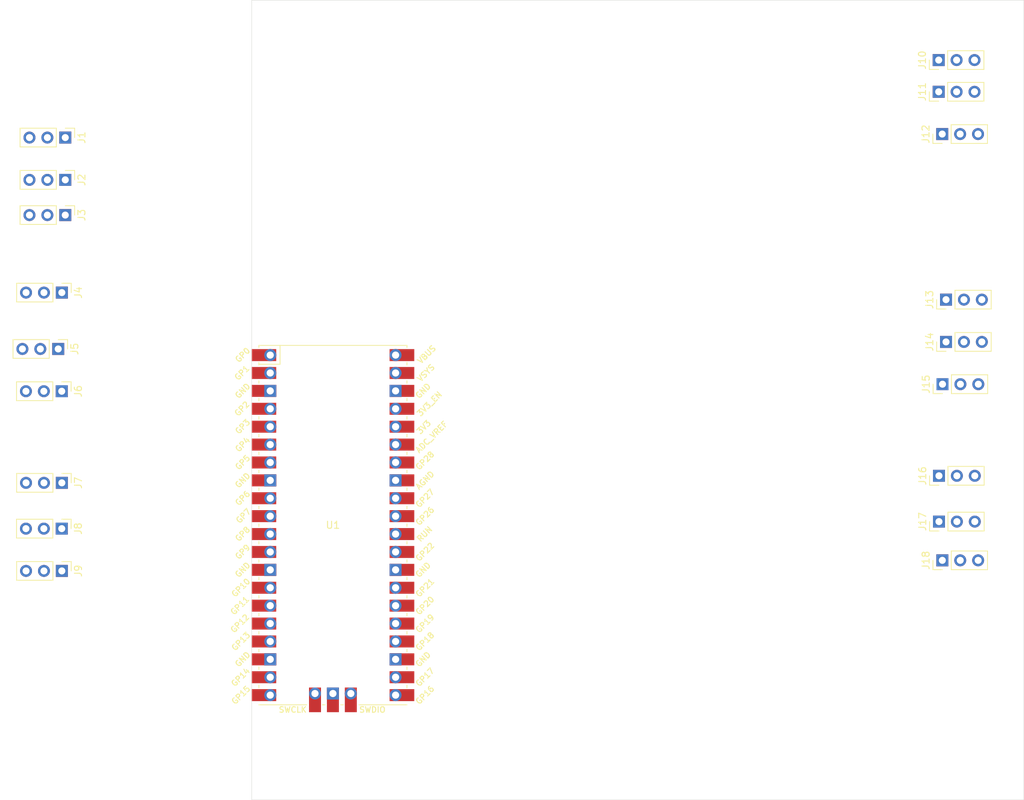
<source format=kicad_pcb>
(kicad_pcb (version 20240108) (generator "pcbnew") (generator_version "8.0")
  (layers (0 "F.Cu" signal) (31 "B.Cu" signal) (34 "B.Paste" user) (35 "F.Paste" user) (36 "B.SilkS" user "B.Silkscreen") (37 "F.SilkS" user "F.Silkscreen") (38 "B.Mask" user) (39 "F.Mask" user) (44 "Edge.Cuts" user))
  (net 0 "")
  (net 2 "/l1_j1")
  (net 3 "/l1_j2")
  (net 5 "/l1_j3")
  (net 32 "/l3_j1")
  (net 33 "/l2_j3")
  (net 34 "/l2_j1")
  (net 35 "/l3_j3")
  (net 36 "/l2_j2")
  (net 37 "/l3_j2")
  (net 38 "GND")
  (net 39 "/r1_j1")
  (net 40 "/r1_j2")
  (net 41 "/r1_j3")
  (net 42 "/r2_j1")
  (net 43 "/r2_j2")
  (net 44 "/r2_j3")
  (net 45 "/r3_j1")
  (net 46 "/r3_j2")
  (net 47 "/r3_j3")
  (footprint "Connector_PinHeader_2.54mm:PinHeader_1x03_P2.54mm_Vertical" (layer "F.Cu") (at 185.96 93 90)
    (property "Reference" "J16" (at 0 -2.33 90) (layer "F.SilkS"))
    (property "Value" "Conn_01x03")
    (fp_line (start -1.33 -1.33) (end 0 -1.33) (stroke (width 0.12)) (layer "F.SilkS"))
    (fp_line (start -1.33 0) (end -1.33 -1.33) (stroke (width 0.12)) (layer "F.SilkS"))
    (fp_line (start 1.33 1.27) (end 1.33 6.41) (stroke (width 0.12)) (layer "F.SilkS"))
    (fp_line (start -1.33 1.27) (end 1.33 1.27) (stroke (width 0.12)) (layer "F.SilkS"))
    (fp_line (start -1.33 1.27) (end -1.33 6.41) (stroke (width 0.12)) (layer "F.SilkS"))
    (fp_line (start -1.33 6.41) (end 1.33 6.41) (stroke (width 0.12)) (layer "F.SilkS"))
    (pad "1" thru_hole rect (at 0 0 90) (size 1.7 1.7) (drill 1) (layers "*.Cu" "*.Mask") (net 45 "/r3_j1"))
    (pad "2" thru_hole oval (at 0 2.54 90) (size 1.7 1.7) (drill 1) (layers "*.Cu" "*.Mask"))
    (pad "3" thru_hole oval (at 0 5.08 90) (size 1.7 1.7) (drill 1) (layers "*.Cu" "*.Mask") (net 38 "GND"))
  )
  (footprint "Connector_PinHeader_2.54mm:PinHeader_1x03_P2.54mm_Vertical" (layer "F.Cu") (at 186.435 105 90)
    (property "Reference" "J18" (at 0 -2.33 90) (layer "F.SilkS"))
    (property "Value" "Conn_01x03")
    (fp_line (start -1.33 -1.33) (end 0 -1.33) (stroke (width 0.12)) (layer "F.SilkS"))
    (fp_line (start -1.33 0) (end -1.33 -1.33) (stroke (width 0.12)) (layer "F.SilkS"))
    (fp_line (start 1.33 1.27) (end 1.33 6.41) (stroke (width 0.12)) (layer "F.SilkS"))
    (fp_line (start -1.33 1.27) (end 1.33 1.27) (stroke (width 0.12)) (layer "F.SilkS"))
    (fp_line (start -1.33 1.27) (end -1.33 6.41) (stroke (width 0.12)) (layer "F.SilkS"))
    (fp_line (start -1.33 6.41) (end 1.33 6.41) (stroke (width 0.12)) (layer "F.SilkS"))
    (pad "1" thru_hole rect (at 0 0 90) (size 1.7 1.7) (drill 1) (layers "*.Cu" "*.Mask") (net 47 "/r3_j3"))
    (pad "2" thru_hole oval (at 0 2.54 90) (size 1.7 1.7) (drill 1) (layers "*.Cu" "*.Mask"))
    (pad "3" thru_hole oval (at 0 5.08 90) (size 1.7 1.7) (drill 1) (layers "*.Cu" "*.Mask") (net 38 "GND"))
  )
  (footprint "Connector_PinHeader_2.54mm:PinHeader_1x03_P2.54mm_Vertical" (layer "F.Cu") (at 185.92 34 90)
    (property "Reference" "J10" (at 0 -2.33 90) (layer "F.SilkS"))
    (property "Value" "Conn_01x03")
    (fp_line (start -1.33 -1.33) (end 0 -1.33) (stroke (width 0.12)) (layer "F.SilkS"))
    (fp_line (start -1.33 0) (end -1.33 -1.33) (stroke (width 0.12)) (layer "F.SilkS"))
    (fp_line (start 1.33 1.27) (end 1.33 6.41) (stroke (width 0.12)) (layer "F.SilkS"))
    (fp_line (start -1.33 1.27) (end 1.33 1.27) (stroke (width 0.12)) (layer "F.SilkS"))
    (fp_line (start -1.33 1.27) (end -1.33 6.41) (stroke (width 0.12)) (layer "F.SilkS"))
    (fp_line (start -1.33 6.41) (end 1.33 6.41) (stroke (width 0.12)) (layer "F.SilkS"))
    (pad "1" thru_hole rect (at 0 0 90) (size 1.7 1.7) (drill 1) (layers "*.Cu" "*.Mask") (net 39 "/r1_j1"))
    (pad "2" thru_hole oval (at 0 2.54 90) (size 1.7 1.7) (drill 1) (layers "*.Cu" "*.Mask"))
    (pad "3" thru_hole oval (at 0 5.08 90) (size 1.7 1.7) (drill 1) (layers "*.Cu" "*.Mask") (net 38 "GND"))
  )
  (footprint "Connector_PinHeader_2.54mm:PinHeader_1x03_P2.54mm_Vertical" (layer "F.Cu") (at 62.04 56 -90)
    (property "Reference" "J3" (at 0 -2.33 90) (layer "F.SilkS"))
    (property "Value" "Conn_01x03")
    (fp_line (start -1.33 6.41) (end 1.33 6.41) (stroke (width 0.12)) (layer "F.SilkS"))
    (fp_line (start -1.33 1.27) (end -1.33 6.41) (stroke (width 0.12)) (layer "F.SilkS"))
    (fp_line (start -1.33 1.27) (end 1.33 1.27) (stroke (width 0.12)) (layer "F.SilkS"))
    (fp_line (start 1.33 1.27) (end 1.33 6.41) (stroke (width 0.12)) (layer "F.SilkS"))
    (fp_line (start -1.33 0) (end -1.33 -1.33) (stroke (width 0.12)) (layer "F.SilkS"))
    (fp_line (start -1.33 -1.33) (end 0 -1.33) (stroke (width 0.12)) (layer "F.SilkS"))
    (pad "1" thru_hole rect (at 0 0 270) (size 1.7 1.7) (drill 1) (layers "*.Cu" "*.Mask") (net 5 "/l1_j3"))
    (pad "2" thru_hole oval (at 0 2.54 270) (size 1.7 1.7) (drill 1) (layers "*.Cu" "*.Mask"))
    (pad "3" thru_hole oval (at 0 5.08 270) (size 1.7 1.7) (drill 1) (layers "*.Cu" "*.Mask") (net 38 "GND"))
  )
  (footprint "Connector_PinHeader_2.54mm:PinHeader_1x03_P2.54mm_Vertical" (layer "F.Cu") (at 186.96 68 90)
    (property "Reference" "J13" (at 0 -2.33 90) (layer "F.SilkS"))
    (property "Value" "Conn_01x03")
    (fp_line (start -1.33 -1.33) (end 0 -1.33) (stroke (width 0.12)) (layer "F.SilkS"))
    (fp_line (start -1.33 0) (end -1.33 -1.33) (stroke (width 0.12)) (layer "F.SilkS"))
    (fp_line (start 1.33 1.27) (end 1.33 6.41) (stroke (width 0.12)) (layer "F.SilkS"))
    (fp_line (start -1.33 1.27) (end 1.33 1.27) (stroke (width 0.12)) (layer "F.SilkS"))
    (fp_line (start -1.33 1.27) (end -1.33 6.41) (stroke (width 0.12)) (layer "F.SilkS"))
    (fp_line (start -1.33 6.41) (end 1.33 6.41) (stroke (width 0.12)) (layer "F.SilkS"))
    (pad "1" thru_hole rect (at 0 0 90) (size 1.7 1.7) (drill 1) (layers "*.Cu" "*.Mask") (net 42 "/r2_j1"))
    (pad "2" thru_hole oval (at 0 2.54 90) (size 1.7 1.7) (drill 1) (layers "*.Cu" "*.Mask"))
    (pad "3" thru_hole oval (at 0 5.08 90) (size 1.7 1.7) (drill 1) (layers "*.Cu" "*.Mask") (net 38 "GND"))
  )
  (footprint "Connector_PinHeader_2.54mm:PinHeader_1x03_P2.54mm_Vertical" (layer "F.Cu") (at 62.04 45 -90)
    (property "Reference" "J1" (at 0 -2.33 90) (layer "F.SilkS"))
    (property "Value" "Conn_01x03")
    (fp_line (start -1.33 6.41) (end 1.33 6.41) (stroke (width 0.12)) (layer "F.SilkS"))
    (fp_line (start -1.33 1.27) (end -1.33 6.41) (stroke (width 0.12)) (layer "F.SilkS"))
    (fp_line (start -1.33 1.27) (end 1.33 1.27) (stroke (width 0.12)) (layer "F.SilkS"))
    (fp_line (start 1.33 1.27) (end 1.33 6.41) (stroke (width 0.12)) (layer "F.SilkS"))
    (fp_line (start -1.33 0) (end -1.33 -1.33) (stroke (width 0.12)) (layer "F.SilkS"))
    (fp_line (start -1.33 -1.33) (end 0 -1.33) (stroke (width 0.12)) (layer "F.SilkS"))
    (pad "1" thru_hole rect (at 0 0 270) (size 1.7 1.7) (drill 1) (layers "*.Cu" "*.Mask") (net 2 "/l1_j1"))
    (pad "2" thru_hole oval (at 0 2.54 270) (size 1.7 1.7) (drill 1) (layers "*.Cu" "*.Mask"))
    (pad "3" thru_hole oval (at 0 5.08 270) (size 1.7 1.7) (drill 1) (layers "*.Cu" "*.Mask") (net 38 "GND"))
  )
  (footprint "Connector_PinHeader_2.54mm:PinHeader_1x03_P2.54mm_Vertical" (layer "F.Cu") (at 185.92 38.5 90)
    (property "Reference" "J11" (at 0 -2.33 90) (layer "F.SilkS"))
    (property "Value" "Conn_01x03")
    (fp_line (start -1.33 -1.33) (end 0 -1.33) (stroke (width 0.12)) (layer "F.SilkS"))
    (fp_line (start -1.33 0) (end -1.33 -1.33) (stroke (width 0.12)) (layer "F.SilkS"))
    (fp_line (start 1.33 1.27) (end 1.33 6.41) (stroke (width 0.12)) (layer "F.SilkS"))
    (fp_line (start -1.33 1.27) (end 1.33 1.27) (stroke (width 0.12)) (layer "F.SilkS"))
    (fp_line (start -1.33 1.27) (end -1.33 6.41) (stroke (width 0.12)) (layer "F.SilkS"))
    (fp_line (start -1.33 6.41) (end 1.33 6.41) (stroke (width 0.12)) (layer "F.SilkS"))
    (pad "1" thru_hole rect (at 0 0 90) (size 1.7 1.7) (drill 1) (layers "*.Cu" "*.Mask") (net 40 "/r1_j2"))
    (pad "2" thru_hole oval (at 0 2.54 90) (size 1.7 1.7) (drill 1) (layers "*.Cu" "*.Mask"))
    (pad "3" thru_hole oval (at 0 5.08 90) (size 1.7 1.7) (drill 1) (layers "*.Cu" "*.Mask") (net 38 "GND"))
  )
  (footprint "Connector_PinHeader_2.54mm:PinHeader_1x03_P2.54mm_Vertical" (layer "F.Cu") (at 61.555 67 -90)
    (property "Reference" "J4" (at 0 -2.33 90) (layer "F.SilkS"))
    (property "Value" "Conn_01x03")
    (fp_line (start -1.33 6.41) (end 1.33 6.41) (stroke (width 0.12)) (layer "F.SilkS"))
    (fp_line (start -1.33 1.27) (end -1.33 6.41) (stroke (width 0.12)) (layer "F.SilkS"))
    (fp_line (start -1.33 1.27) (end 1.33 1.27) (stroke (width 0.12)) (layer "F.SilkS"))
    (fp_line (start 1.33 1.27) (end 1.33 6.41) (stroke (width 0.12)) (layer "F.SilkS"))
    (fp_line (start -1.33 0) (end -1.33 -1.33) (stroke (width 0.12)) (layer "F.SilkS"))
    (fp_line (start -1.33 -1.33) (end 0 -1.33) (stroke (width 0.12)) (layer "F.SilkS"))
    (pad "1" thru_hole rect (at 0 0 270) (size 1.7 1.7) (drill 1) (layers "*.Cu" "*.Mask") (net 34 "/l2_j1"))
    (pad "2" thru_hole oval (at 0 2.54 270) (size 1.7 1.7) (drill 1) (layers "*.Cu" "*.Mask"))
    (pad "3" thru_hole oval (at 0 5.08 270) (size 1.7 1.7) (drill 1) (layers "*.Cu" "*.Mask") (net 38 "GND"))
  )
  (footprint "Connector_PinHeader_2.54mm:PinHeader_1x03_P2.54mm_Vertical" (layer "F.Cu") (at 61.54 81 -90)
    (property "Reference" "J6" (at 0 -2.33 90) (layer "F.SilkS"))
    (property "Value" "Conn_01x03")
    (fp_line (start -1.33 6.41) (end 1.33 6.41) (stroke (width 0.12)) (layer "F.SilkS"))
    (fp_line (start -1.33 1.27) (end -1.33 6.41) (stroke (width 0.12)) (layer "F.SilkS"))
    (fp_line (start -1.33 1.27) (end 1.33 1.27) (stroke (width 0.12)) (layer "F.SilkS"))
    (fp_line (start 1.33 1.27) (end 1.33 6.41) (stroke (width 0.12)) (layer "F.SilkS"))
    (fp_line (start -1.33 0) (end -1.33 -1.33) (stroke (width 0.12)) (layer "F.SilkS"))
    (fp_line (start -1.33 -1.33) (end 0 -1.33) (stroke (width 0.12)) (layer "F.SilkS"))
    (pad "1" thru_hole rect (at 0 0 270) (size 1.7 1.7) (drill 1) (layers "*.Cu" "*.Mask") (net 33 "/l2_j3"))
    (pad "2" thru_hole oval (at 0 2.54 270) (size 1.7 1.7) (drill 1) (layers "*.Cu" "*.Mask"))
    (pad "3" thru_hole oval (at 0 5.08 270) (size 1.7 1.7) (drill 1) (layers "*.Cu" "*.Mask") (net 38 "GND"))
  )
  (footprint "Connector_PinHeader_2.54mm:PinHeader_1x03_P2.54mm_Vertical" (layer "F.Cu") (at 61.555 106.5 -90)
    (property "Reference" "J9" (at 0 -2.33 90) (layer "F.SilkS"))
    (property "Value" "Conn_01x03")
    (fp_line (start -1.33 6.41) (end 1.33 6.41) (stroke (width 0.12)) (layer "F.SilkS"))
    (fp_line (start -1.33 1.27) (end -1.33 6.41) (stroke (width 0.12)) (layer "F.SilkS"))
    (fp_line (start -1.33 1.27) (end 1.33 1.27) (stroke (width 0.12)) (layer "F.SilkS"))
    (fp_line (start 1.33 1.27) (end 1.33 6.41) (stroke (width 0.12)) (layer "F.SilkS"))
    (fp_line (start -1.33 0) (end -1.33 -1.33) (stroke (width 0.12)) (layer "F.SilkS"))
    (fp_line (start -1.33 -1.33) (end 0 -1.33) (stroke (width 0.12)) (layer "F.SilkS"))
    (pad "1" thru_hole rect (at 0 0 270) (size 1.7 1.7) (drill 1) (layers "*.Cu" "*.Mask") (net 35 "/l3_j3"))
    (pad "2" thru_hole oval (at 0 2.54 270) (size 1.7 1.7) (drill 1) (layers "*.Cu" "*.Mask"))
    (pad "3" thru_hole oval (at 0 5.08 270) (size 1.7 1.7) (drill 1) (layers "*.Cu" "*.Mask") (net 38 "GND"))
  )
  (footprint "Connector_PinHeader_2.54mm:PinHeader_1x03_P2.54mm_Vertical" (layer "F.Cu") (at 61.54 100.5 -90)
    (property "Reference" "J8" (at 0 -2.33 90) (layer "F.SilkS"))
    (property "Value" "Conn_01x03")
    (fp_line (start -1.33 6.41) (end 1.33 6.41) (stroke (width 0.12)) (layer "F.SilkS"))
    (fp_line (start -1.33 1.27) (end -1.33 6.41) (stroke (width 0.12)) (layer "F.SilkS"))
    (fp_line (start -1.33 1.27) (end 1.33 1.27) (stroke (width 0.12)) (layer "F.SilkS"))
    (fp_line (start 1.33 1.27) (end 1.33 6.41) (stroke (width 0.12)) (layer "F.SilkS"))
    (fp_line (start -1.33 0) (end -1.33 -1.33) (stroke (width 0.12)) (layer "F.SilkS"))
    (fp_line (start -1.33 -1.33) (end 0 -1.33) (stroke (width 0.12)) (layer "F.SilkS"))
    (pad "1" thru_hole rect (at 0 0 270) (size 1.7 1.7) (drill 1) (layers "*.Cu" "*.Mask") (net 37 "/l3_j2"))
    (pad "2" thru_hole oval (at 0 2.54 270) (size 1.7 1.7) (drill 1) (layers "*.Cu" "*.Mask"))
    (pad "3" thru_hole oval (at 0 5.08 270) (size 1.7 1.7) (drill 1) (layers "*.Cu" "*.Mask") (net 38 "GND"))
  )
  (footprint "Connector_PinHeader_2.54mm:PinHeader_1x03_P2.54mm_Vertical" (layer "F.Cu") (at 62.04 51 -90)
    (property "Reference" "J2" (at 0 -2.33 90) (layer "F.SilkS"))
    (property "Value" "Conn_01x03")
    (fp_line (start -1.33 6.41) (end 1.33 6.41) (stroke (width 0.12)) (layer "F.SilkS"))
    (fp_line (start -1.33 1.27) (end -1.33 6.41) (stroke (width 0.12)) (layer "F.SilkS"))
    (fp_line (start -1.33 1.27) (end 1.33 1.27) (stroke (width 0.12)) (layer "F.SilkS"))
    (fp_line (start 1.33 1.27) (end 1.33 6.41) (stroke (width 0.12)) (layer "F.SilkS"))
    (fp_line (start -1.33 0) (end -1.33 -1.33) (stroke (width 0.12)) (layer "F.SilkS"))
    (fp_line (start -1.33 -1.33) (end 0 -1.33) (stroke (width 0.12)) (layer "F.SilkS"))
    (pad "1" thru_hole rect (at 0 0 270) (size 1.7 1.7) (drill 1) (layers "*.Cu" "*.Mask") (net 3 "/l1_j2"))
    (pad "2" thru_hole oval (at 0 2.54 270) (size 1.7 1.7) (drill 1) (layers "*.Cu" "*.Mask"))
    (pad "3" thru_hole oval (at 0 5.08 270) (size 1.7 1.7) (drill 1) (layers "*.Cu" "*.Mask") (net 38 "GND"))
  )
  (footprint "MCU_RaspberryPi_and_Boards:RPi_Pico_SMD_TH" (layer "F.Cu") (at 100 100)
    (property "Reference" "U1" (at 0 0 0) (layer "F.SilkS"))
    (property "Value" "Pico")
    (fp_line (start -10.5 -25.5) (end -10.5 -25.2) (stroke (width 0.12)) (layer "F.SilkS"))
    (fp_line (start -10.5 -25.5) (end 10.5 -25.5) (stroke (width 0.12)) (layer "F.SilkS"))
    (fp_line (start -10.5 -23.1) (end -10.5 -22.7) (stroke (width 0.12)) (layer "F.SilkS"))
    (fp_line (start -10.5 -22.833) (end -7.493 -22.833) (stroke (width 0.12)) (layer "F.SilkS"))
    (fp_line (start -10.5 -20.5) (end -10.5 -20.1) (stroke (width 0.12)) (layer "F.SilkS"))
    (fp_line (start -10.5 -18) (end -10.5 -17.6) (stroke (width 0.12)) (layer "F.SilkS"))
    (fp_line (start -10.5 -15.4) (end -10.5 -15) (stroke (width 0.12)) (layer "F.SilkS"))
    (fp_line (start -10.5 -12.9) (end -10.5 -12.5) (stroke (width 0.12)) (layer "F.SilkS"))
    (fp_line (start -10.5 -10.4) (end -10.5 -10) (stroke (width 0.12)) (layer "F.SilkS"))
    (fp_line (start -10.5 -7.8) (end -10.5 -7.4) (stroke (width 0.12)) (layer "F.SilkS"))
    (fp_line (start -10.5 -5.3) (end -10.5 -4.9) (stroke (width 0.12)) (layer "F.SilkS"))
    (fp_line (start -10.5 -2.7) (end -10.5 -2.3) (stroke (width 0.12)) (layer "F.SilkS"))
    (fp_line (start -10.5 -0.2) (end -10.5 0.2) (stroke (width 0.12)) (layer "F.SilkS"))
    (fp_line (start -10.5 2.3) (end -10.5 2.7) (stroke (width 0.12)) (layer "F.SilkS"))
    (fp_line (start -10.5 4.9) (end -10.5 5.3) (stroke (width 0.12)) (layer "F.SilkS"))
    (fp_line (start -10.5 7.4) (end -10.5 7.8) (stroke (width 0.12)) (layer "F.SilkS"))
    (fp_line (start -10.5 10) (end -10.5 10.4) (stroke (width 0.12)) (layer "F.SilkS"))
    (fp_line (start -10.5 12.5) (end -10.5 12.9) (stroke (width 0.12)) (layer "F.SilkS"))
    (fp_line (start -10.5 15.1) (end -10.5 15.5) (stroke (width 0.12)) (layer "F.SilkS"))
    (fp_line (start -10.5 17.6) (end -10.5 18) (stroke (width 0.12)) (layer "F.SilkS"))
    (fp_line (start -10.5 20.1) (end -10.5 20.5) (stroke (width 0.12)) (layer "F.SilkS"))
    (fp_line (start -10.5 22.7) (end -10.5 23.1) (stroke (width 0.12)) (layer "F.SilkS"))
    (fp_line (start -7.493 -22.833) (end -7.493 -25.5) (stroke (width 0.12)) (layer "F.SilkS"))
    (fp_line (start -3.7 25.5) (end -10.5 25.5) (stroke (width 0.12)) (layer "F.SilkS"))
    (fp_line (start -1.5 25.5) (end -1.1 25.5) (stroke (width 0.12)) (layer "F.SilkS"))
    (fp_line (start 1.1 25.5) (end 1.5 25.5) (stroke (width 0.12)) (layer "F.SilkS"))
    (fp_line (start 10.5 -25.5) (end 10.5 -25.2) (stroke (width 0.12)) (layer "F.SilkS"))
    (fp_line (start 10.5 -23.1) (end 10.5 -22.7) (stroke (width 0.12)) (layer "F.SilkS"))
    (fp_line (start 10.5 -20.5) (end 10.5 -20.1) (stroke (width 0.12)) (layer "F.SilkS"))
    (fp_line (start 10.5 -18) (end 10.5 -17.6) (stroke (width 0.12)) (layer "F.SilkS"))
    (fp_line (start 10.5 -15.4) (end 10.5 -15) (stroke (width 0.12)) (layer "F.SilkS"))
    (fp_line (start 10.5 -12.9) (end 10.5 -12.5) (stroke (width 0.12)) (layer "F.SilkS"))
    (fp_line (start 10.5 -10.4) (end 10.5 -10) (stroke (width 0.12)) (layer "F.SilkS"))
    (fp_line (start 10.5 -7.8) (end 10.5 -7.4) (stroke (width 0.12)) (layer "F.SilkS"))
    (fp_line (start 10.5 -5.3) (end 10.5 -4.9) (stroke (width 0.12)) (layer "F.SilkS"))
    (fp_line (start 10.5 -2.7) (end 10.5 -2.3) (stroke (width 0.12)) (layer "F.SilkS"))
    (fp_line (start 10.5 -0.2) (end 10.5 0.2) (stroke (width 0.12)) (layer "F.SilkS"))
    (fp_line (start 10.5 2.3) (end 10.5 2.7) (stroke (width 0.12)) (layer "F.SilkS"))
    (fp_line (start 10.5 4.9) (end 10.5 5.3) (stroke (width 0.12)) (layer "F.SilkS"))
    (fp_line (start 10.5 7.4) (end 10.5 7.8) (stroke (width 0.12)) (layer "F.SilkS"))
    (fp_line (start 10.5 10) (end 10.5 10.4) (stroke (width 0.12)) (layer "F.SilkS"))
    (fp_line (start 10.5 12.5) (end 10.5 12.9) (stroke (width 0.12)) (layer "F.SilkS"))
    (fp_line (start 10.5 15.1) (end 10.5 15.5) (stroke (width 0.12)) (layer "F.SilkS"))
    (fp_line (start 10.5 17.6) (end 10.5 18) (stroke (width 0.12)) (layer "F.SilkS"))
    (fp_line (start 10.5 20.1) (end 10.5 20.5) (stroke (width 0.12)) (layer "F.SilkS"))
    (fp_line (start 10.5 22.7) (end 10.5 23.1) (stroke (width 0.12)) (layer "F.SilkS"))
    (fp_line (start 10.5 25.5) (end 3.7 25.5) (stroke (width 0.12)) (layer "F.SilkS"))
    (fp_text user "GP16" (at 13.054 24.13 45) (layer "F.SilkS") (effects (font (size 0.8 0.8))))
    (fp_text user "GP21" (at 13.054 8.9 45) (layer "F.SilkS") (effects (font (size 0.8 0.8))))
    (fp_text user "GP15" (at -13.054 24.13 45) (layer "F.SilkS") (effects (font (size 0.8 0.8))))
    (fp_text user "ADC_VREF" (at 14 -12.5 45) (layer "F.SilkS") (effects (font (size 0.8 0.8))))
    (fp_text user "GP26" (at 13.054 -1.27 45) (layer "F.SilkS") (effects (font (size 0.8 0.8))))
    (fp_text user "GND" (at 12.8 -19.05 45) (layer "F.SilkS") (effects (font (size 0.8 0.8))))
    (fp_text user "GND" (at -12.8 6.35 45) (layer "F.SilkS") (effects (font (size 0.8 0.8))))
    (fp_text user "GP10" (at -13.054 8.89 45) (layer "F.SilkS") (effects (font (size 0.8 0.8))))
    (fp_text user "GND" (at 12.8 19.05 45) (layer "F.SilkS") (effects (font (size 0.8 0.8))))
    (fp_text user "GP13" (at -13.054 16.51 45) (layer "F.SilkS") (effects (font (size 0.8 0.8))))
    (fp_text user "GP2" (at -12.9 -16.51 45) (layer "F.SilkS") (effects (font (size 0.8 0.8))))
    (fp_text user "GP12" (at -13.2 13.97 45) (layer "F.SilkS") (effects (font (size 0.8 0.8))))
    (fp_text user "GP0" (at -12.8 -24.13 45) (layer "F.SilkS") (effects (font (size 0.8 0.8))))
    (fp_text user "GND" (at -12.8 -6.35 45) (layer "F.SilkS") (effects (font (size 0.8 0.8))))
    (fp_text user "GP5" (at -12.8 -8.89 45) (layer "F.SilkS") (effects (font (size 0.8 0.8))))
    (fp_text user "GP18" (at 13.054 16.51 45) (layer "F.SilkS") (effects (font (size 0.8 0.8))))
    (fp_text user "GP8" (at -12.8 1.27 45) (layer "F.SilkS") (effects (font (size 0.8 0.8))))
    (fp_text user "GP28" (at 13.054 -9.144 45) (layer "F.SilkS") (effects (font (size 0.8 0.8))))
    (fp_text user "SWDIO" (at 5.6 26.2 0) (layer "F.SilkS") (effects (font (size 0.8 0.8))))
    (fp_text user "GND" (at 12.8 6.35 45) (layer "F.SilkS") (effects (font (size 0.8 0.8))))
    (fp_text user "3V3_EN" (at 13.7 -17.2 45) (layer "F.SilkS") (effects (font (size 0.8 0.8))))
    (fp_text user "GP3" (at -12.8 -13.97 45) (layer "F.SilkS") (effects (font (size 0.8 0.8))))
    (fp_text user "RUN" (at 13 1.27 45) (layer "F.SilkS") (effects (font (size 0.8 0.8))))
    (fp_text user "AGND" (at 13.054 -6.35 45) (layer "F.SilkS") (effects (font (size 0.8 0.8))))
    (fp_text user "SWCLK" (at -5.7 26.2 0) (layer "F.SilkS") (effects (font (size 0.8 0.8))))
    (fp_text user "GP22" (at 13.054 3.81 45) (layer "F.SilkS") (effects (font (size 0.8 0.8))))
    (fp_text user "GP9" (at -12.8 3.81 45) (layer "F.SilkS") (effects (font (size 0.8 0.8))))
    (fp_text user "GP14" (at -13.1 21.59 45) (layer "F.SilkS") (effects (font (size 0.8 0.8))))
    (fp_text user "GND" (at -12.8 19.05 45) (layer "F.SilkS") (effects (font (size 0.8 0.8))))
    (fp_text user "GP11" (at -13.2 11.43 45) (layer "F.SilkS") (effects (font (size 0.8 0.8))))
    (fp_text user "GP17" (at 13.054 21.59 45) (layer "F.SilkS") (effects (font (size 0.8 0.8))))
    (fp_text user "VSYS" (at 13.2 -21.59 45) (layer "F.SilkS") (effects (font (size 0.8 0.8))))
    (fp_text user "GP1" (at -12.9 -21.6 45) (layer "F.SilkS") (effects (font (size 0.8 0.8))))
    (fp_text user "VBUS" (at 13.3 -24.2 45) (layer "F.SilkS") (effects (font (size 0.8 0.8))))
    (fp_text user "GP7" (at -12.7 -1.3 45) (layer "F.SilkS") (effects (font (size 0.8 0.8))))
    (fp_text user "GP27" (at 13.054 -3.8 45) (layer "F.SilkS") (effects (font (size 0.8 0.8))))
    (fp_text user "GP4" (at -12.8 -11.43 45) (layer "F.SilkS") (effects (font (size 0.8 0.8))))
    (fp_text user "3V3" (at 12.9 -13.9 45) (layer "F.SilkS") (effects (font (size 0.8 0.8))))
    (fp_text user "GP6" (at -12.8 -3.81 45) (layer "F.SilkS") (effects (font (size 0.8 0.8))))
    (fp_text user "GND" (at -12.8 -19.05 45) (layer "F.SilkS") (effects (font (size 0.8 0.8))))
    (fp_text user "GP19" (at 13.054 13.97 45) (layer "F.SilkS") (effects (font (size 0.8 0.8))))
    (fp_text user "GP20" (at 13.054 11.43 45) (layer "F.SilkS") (effects (font (size 0.8 0.8))))
    (pad "" np_thru_hole oval (at -2.725 -24) (size 1.8 1.8) (drill 1.8) (layers "*.Cu" "*.Mask"))
    (pad "" np_thru_hole oval (at -2.425 -20.97) (size 1.5 1.5) (drill 1.5) (layers "*.Cu" "*.Mask"))
    (pad "" np_thru_hole oval (at 2.425 -20.97) (size 1.5 1.5) (drill 1.5) (layers "*.Cu" "*.Mask"))
    (pad "" np_thru_hole oval (at 2.725 -24) (size 1.8 1.8) (drill 1.8) (layers "*.Cu" "*.Mask"))
    (pad "1" thru_hole oval (at -8.89 -24.13) (size 1.7 1.7) (drill 1.02) (layers "*.Cu" "*.Mask"))
    (pad "1" smd rect (at -8.89 -24.13) (size 3.5 1.7) (drill (offset -0.9 0)) (layers "F.Cu" "F.Mask"))
    (pad "2" thru_hole oval (at -8.89 -21.59) (size 1.7 1.7) (drill 1.02) (layers "*.Cu" "*.Mask"))
    (pad "2" smd rect (at -8.89 -21.59) (size 3.5 1.7) (drill (offset -0.9 0)) (layers "F.Cu" "F.Mask"))
    (pad "3" thru_hole rect (at -8.89 -19.05) (size 1.7 1.7) (drill 1.02) (layers "*.Cu" "*.Mask") (net 38 "GND"))
    (pad "3" smd rect (at -8.89 -19.05) (size 3.5 1.7) (drill (offset -0.9 0)) (layers "F.Cu" "F.Mask") (net 38 "GND"))
    (pad "4" thru_hole oval (at -8.89 -16.51) (size 1.7 1.7) (drill 1.02) (layers "*.Cu" "*.Mask"))
    (pad "4" smd rect (at -8.89 -16.51) (size 3.5 1.7) (drill (offset -0.9 0)) (layers "F.Cu" "F.Mask"))
    (pad "5" thru_hole oval (at -8.89 -13.97) (size 1.7 1.7) (drill 1.02) (layers "*.Cu" "*.Mask"))
    (pad "5" smd rect (at -8.89 -13.97) (size 3.5 1.7) (drill (offset -0.9 0)) (layers "F.Cu" "F.Mask"))
    (pad "6" thru_hole oval (at -8.89 -11.43) (size 1.7 1.7) (drill 1.02) (layers "*.Cu" "*.Mask"))
    (pad "6" smd rect (at -8.89 -11.43) (size 3.5 1.7) (drill (offset -0.9 0)) (layers "F.Cu" "F.Mask"))
    (pad "7" thru_hole oval (at -8.89 -8.89) (size 1.7 1.7) (drill 1.02) (layers "*.Cu" "*.Mask"))
    (pad "7" smd rect (at -8.89 -8.89) (size 3.5 1.7) (drill (offset -0.9 0)) (layers "F.Cu" "F.Mask"))
    (pad "8" thru_hole rect (at -8.89 -6.35) (size 1.7 1.7) (drill 1.02) (layers "*.Cu" "*.Mask") (net 38 "GND"))
    (pad "8" smd rect (at -8.89 -6.35) (size 3.5 1.7) (drill (offset -0.9 0)) (layers "F.Cu" "F.Mask") (net 38 "GND"))
    (pad "9" thru_hole oval (at -8.89 -3.81) (size 1.7 1.7) (drill 1.02) (layers "*.Cu" "*.Mask"))
    (pad "9" smd rect (at -8.89 -3.81) (size 3.5 1.7) (drill (offset -0.9 0)) (layers "F.Cu" "F.Mask"))
    (pad "10" thru_hole oval (at -8.89 -1.27) (size 1.7 1.7) (drill 1.02) (layers "*.Cu" "*.Mask") (net 2 "/l1_j1"))
    (pad "10" smd rect (at -8.89 -1.27) (size 3.5 1.7) (drill (offset -0.9 0)) (layers "F.Cu" "F.Mask") (net 2 "/l1_j1"))
    (pad "11" thru_hole oval (at -8.89 1.27) (size 1.7 1.7) (drill 1.02) (layers "*.Cu" "*.Mask") (net 3 "/l1_j2"))
    (pad "11" smd rect (at -8.89 1.27) (size 3.5 1.7) (drill (offset -0.9 0)) (layers "F.Cu" "F.Mask") (net 3 "/l1_j2"))
    (pad "12" thru_hole oval (at -8.89 3.81) (size 1.7 1.7) (drill 1.02) (layers "*.Cu" "*.Mask") (net 5 "/l1_j3"))
    (pad "12" smd rect (at -8.89 3.81) (size 3.5 1.7) (drill (offset -0.9 0)) (layers "F.Cu" "F.Mask") (net 5 "/l1_j3"))
    (pad "13" thru_hole rect (at -8.89 6.35) (size 1.7 1.7) (drill 1.02) (layers "*.Cu" "*.Mask") (net 38 "GND"))
    (pad "13" smd rect (at -8.89 6.35) (size 3.5 1.7) (drill (offset -0.9 0)) (layers "F.Cu" "F.Mask") (net 38 "GND"))
    (pad "14" thru_hole oval (at -8.89 8.89) (size 1.7 1.7) (drill 1.02) (layers "*.Cu" "*.Mask") (net 34 "/l2_j1"))
    (pad "14" smd rect (at -8.89 8.89) (size 3.5 1.7) (drill (offset -0.9 0)) (layers "F.Cu" "F.Mask") (net 34 "/l2_j1"))
    (pad "15" thru_hole oval (at -8.89 11.43) (size 1.7 1.7) (drill 1.02) (layers "*.Cu" "*.Mask") (net 36 "/l2_j2"))
    (pad "15" smd rect (at -8.89 11.43) (size 3.5 1.7) (drill (offset -0.9 0)) (layers "F.Cu" "F.Mask") (net 36 "/l2_j2"))
    (pad "16" thru_hole oval (at -8.89 13.97) (size 1.7 1.7) (drill 1.02) (layers "*.Cu" "*.Mask") (net 33 "/l2_j3"))
    (pad "16" smd rect (at -8.89 13.97) (size 3.5 1.7) (drill (offset -0.9 0)) (layers "F.Cu" "F.Mask") (net 33 "/l2_j3"))
    (pad "17" thru_hole oval (at -8.89 16.51) (size 1.7 1.7) (drill 1.02) (layers "*.Cu" "*.Mask") (net 32 "/l3_j1"))
    (pad "17" smd rect (at -8.89 16.51) (size 3.5 1.7) (drill (offset -0.9 0)) (layers "F.Cu" "F.Mask") (net 32 "/l3_j1"))
    (pad "18" thru_hole rect (at -8.89 19.05) (size 1.7 1.7) (drill 1.02) (layers "*.Cu" "*.Mask") (net 38 "GND"))
    (pad "18" smd rect (at -8.89 19.05) (size 3.5 1.7) (drill (offset -0.9 0)) (layers "F.Cu" "F.Mask") (net 38 "GND"))
    (pad "19" thru_hole oval (at -8.89 21.59) (size 1.7 1.7) (drill 1.02) (layers "*.Cu" "*.Mask") (net 37 "/l3_j2"))
    (pad "19" smd rect (at -8.89 21.59) (size 3.5 1.7) (drill (offset -0.9 0)) (layers "F.Cu" "F.Mask") (net 37 "/l3_j2"))
    (pad "20" thru_hole oval (at -8.89 24.13) (size 1.7 1.7) (drill 1.02) (layers "*.Cu" "*.Mask") (net 35 "/l3_j3"))
    (pad "20" smd rect (at -8.89 24.13) (size 3.5 1.7) (drill (offset -0.9 0)) (layers "F.Cu" "F.Mask") (net 35 "/l3_j3"))
    (pad "21" thru_hole oval (at 8.89 24.13) (size 1.7 1.7) (drill 1.02) (layers "*.Cu" "*.Mask") (net 47 "/r3_j3"))
    (pad "21" smd rect (at 8.89 24.13) (size 3.5 1.7) (drill (offset 0.9 0)) (layers "F.Cu" "F.Mask") (net 47 "/r3_j3"))
    (pad "22" thru_hole oval (at 8.89 21.59) (size 1.7 1.7) (drill 1.02) (layers "*.Cu" "*.Mask") (net 46 "/r3_j2"))
    (pad "22" smd rect (at 8.89 21.59) (size 3.5 1.7) (drill (offset 0.9 0)) (layers "F.Cu" "F.Mask") (net 46 "/r3_j2"))
    (pad "23" thru_hole rect (at 8.89 19.05) (size 1.7 1.7) (drill 1.02) (layers "*.Cu" "*.Mask") (net 38 "GND"))
    (pad "23" smd rect (at 8.89 19.05) (size 3.5 1.7) (drill (offset 0.9 0)) (layers "F.Cu" "F.Mask") (net 38 "GND"))
    (pad "24" thru_hole oval (at 8.89 16.51) (size 1.7 1.7) (drill 1.02) (layers "*.Cu" "*.Mask") (net 45 "/r3_j1"))
    (pad "24" smd rect (at 8.89 16.51) (size 3.5 1.7) (drill (offset 0.9 0)) (layers "F.Cu" "F.Mask") (net 45 "/r3_j1"))
    (pad "25" thru_hole oval (at 8.89 13.97) (size 1.7 1.7) (drill 1.02) (layers "*.Cu" "*.Mask") (net 44 "/r2_j3"))
    (pad "25" smd rect (at 8.89 13.97) (size 3.5 1.7) (drill (offset 0.9 0)) (layers "F.Cu" "F.Mask") (net 44 "/r2_j3"))
    (pad "26" thru_hole oval (at 8.89 11.43) (size 1.7 1.7) (drill 1.02) (layers "*.Cu" "*.Mask") (net 43 "/r2_j2"))
    (pad "26" smd rect (at 8.89 11.43) (size 3.5 1.7) (drill (offset 0.9 0)) (layers "F.Cu" "F.Mask") (net 43 "/r2_j2"))
    (pad "27" thru_hole oval (at 8.89 8.89) (size 1.7 1.7) (drill 1.02) (layers "*.Cu" "*.Mask") (net 42 "/r2_j1"))
    (pad "27" smd rect (at 8.89 8.89) (size 3.5 1.7) (drill (offset 0.9 0)) (layers "F.Cu" "F.Mask") (net 42 "/r2_j1"))
    (pad "28" thru_hole rect (at 8.89 6.35) (size 1.7 1.7) (drill 1.02) (layers "*.Cu" "*.Mask") (net 38 "GND"))
    (pad "28" smd rect (at 8.89 6.35) (size 3.5 1.7) (drill (offset 0.9 0)) (layers "F.Cu" "F.Mask") (net 38 "GND"))
    (pad "29" thru_hole oval (at 8.89 3.81) (size 1.7 1.7) (drill 1.02) (layers "*.Cu" "*.Mask") (net 41 "/r1_j3"))
    (pad "29" smd rect (at 8.89 3.81) (size 3.5 1.7) (drill (offset 0.9 0)) (layers "F.Cu" "F.Mask") (net 41 "/r1_j3"))
    (pad "30" thru_hole oval (at 8.89 1.27) (size 1.7 1.7) (drill 1.02) (layers "*.Cu" "*.Mask"))
    (pad "30" smd rect (at 8.89 1.27) (size 3.5 1.7) (drill (offset 0.9 0)) (layers "F.Cu" "F.Mask"))
    (pad "31" thru_hole oval (at 8.89 -1.27) (size 1.7 1.7) (drill 1.02) (layers "*.Cu" "*.Mask") (net 40 "/r1_j2"))
    (pad "31" smd rect (at 8.89 -1.27) (size 3.5 1.7) (drill (offset 0.9 0)) (layers "F.Cu" "F.Mask") (net 40 "/r1_j2"))
    (pad "32" thru_hole oval (at 8.89 -3.81) (size 1.7 1.7) (drill 1.02) (layers "*.Cu" "*.Mask") (net 39 "/r1_j1"))
    (pad "32" smd rect (at 8.89 -3.81) (size 3.5 1.7) (drill (offset 0.9 0)) (layers "F.Cu" "F.Mask") (net 39 "/r1_j1"))
    (pad "33" thru_hole rect (at 8.89 -6.35) (size 1.7 1.7) (drill 1.02) (layers "*.Cu" "*.Mask") (net 38 "GND"))
    (pad "33" smd rect (at 8.89 -6.35) (size 3.5 1.7) (drill (offset 0.9 0)) (layers "F.Cu" "F.Mask") (net 38 "GND"))
    (pad "34" thru_hole oval (at 8.89 -8.89) (size 1.7 1.7) (drill 1.02) (layers "*.Cu" "*.Mask"))
    (pad "34" smd rect (at 8.89 -8.89) (size 3.5 1.7) (drill (offset 0.9 0)) (layers "F.Cu" "F.Mask"))
    (pad "35" thru_hole oval (at 8.89 -11.43) (size 1.7 1.7) (drill 1.02) (layers "*.Cu" "*.Mask"))
    (pad "35" smd rect (at 8.89 -11.43) (size 3.5 1.7) (drill (offset 0.9 0)) (layers "F.Cu" "F.Mask"))
    (pad "36" thru_hole oval (at 8.89 -13.97) (size 1.7 1.7) (drill 1.02) (layers "*.Cu" "*.Mask"))
    (pad "36" smd rect (at 8.89 -13.97) (size 3.5 1.7) (drill (offset 0.9 0)) (layers "F.Cu" "F.Mask"))
    (pad "37" thru_hole oval (at 8.89 -16.51) (size 1.7 1.7) (drill 1.02) (layers "*.Cu" "*.Mask"))
    (pad "37" smd rect (at 8.89 -16.51) (size 3.5 1.7) (drill (offset 0.9 0)) (layers "F.Cu" "F.Mask"))
    (pad "38" thru_hole rect (at 8.89 -19.05) (size 1.7 1.7) (drill 1.02) (layers "*.Cu" "*.Mask") (net 38 "GND"))
    (pad "38" smd rect (at 8.89 -19.05) (size 3.5 1.7) (drill (offset 0.9 0)) (layers "F.Cu" "F.Mask") (net 38 "GND"))
    (pad "39" thru_hole oval (at 8.89 -21.59) (size 1.7 1.7) (drill 1.02) (layers "*.Cu" "*.Mask"))
    (pad "39" smd rect (at 8.89 -21.59) (size 3.5 1.7) (drill (offset 0.9 0)) (layers "F.Cu" "F.Mask"))
    (pad "40" thru_hole oval (at 8.89 -24.13) (size 1.7 1.7) (drill 1.02) (layers "*.Cu" "*.Mask"))
    (pad "40" smd rect (at 8.89 -24.13) (size 3.5 1.7) (drill (offset 0.9 0)) (layers "F.Cu" "F.Mask"))
    (pad "41" thru_hole oval (at -2.54 23.9) (size 1.7 1.7) (drill 1.02) (layers "*.Cu" "*.Mask"))
    (pad "41" smd rect (at -2.54 23.9 90) (size 3.5 1.7) (drill (offset -0.9 0)) (layers "F.Cu" "F.Mask"))
    (pad "42" thru_hole rect (at 0 23.9) (size 1.7 1.7) (drill 1.02) (layers "*.Cu" "*.Mask"))
    (pad "42" smd rect (at 0 23.9 90) (size 3.5 1.7) (drill (offset -0.9 0)) (layers "F.Cu" "F.Mask"))
    (pad "43" thru_hole oval (at 2.54 23.9) (size 1.7 1.7) (drill 1.02) (layers "*.Cu" "*.Mask"))
    (pad "43" smd rect (at 2.54 23.9 90) (size 3.5 1.7) (drill (offset -0.9 0)) (layers "F.Cu" "F.Mask"))
  )
  (footprint "Connector_PinHeader_2.54mm:PinHeader_1x03_P2.54mm_Vertical" (layer "F.Cu") (at 61.04 75 -90)
    (property "Reference" "J5" (at 0 -2.33 90) (layer "F.SilkS"))
    (property "Value" "Conn_01x03")
    (fp_line (start -1.33 6.41) (end 1.33 6.41) (stroke (width 0.12)) (layer "F.SilkS"))
    (fp_line (start -1.33 1.27) (end -1.33 6.41) (stroke (width 0.12)) (layer "F.SilkS"))
    (fp_line (start -1.33 1.27) (end 1.33 1.27) (stroke (width 0.12)) (layer "F.SilkS"))
    (fp_line (start 1.33 1.27) (end 1.33 6.41) (stroke (width 0.12)) (layer "F.SilkS"))
    (fp_line (start -1.33 0) (end -1.33 -1.33) (stroke (width 0.12)) (layer "F.SilkS"))
    (fp_line (start -1.33 -1.33) (end 0 -1.33) (stroke (width 0.12)) (layer "F.SilkS"))
    (pad "1" thru_hole rect (at 0 0 270) (size 1.7 1.7) (drill 1) (layers "*.Cu" "*.Mask") (net 36 "/l2_j2"))
    (pad "2" thru_hole oval (at 0 2.54 270) (size 1.7 1.7) (drill 1) (layers "*.Cu" "*.Mask"))
    (pad "3" thru_hole oval (at 0 5.08 270) (size 1.7 1.7) (drill 1) (layers "*.Cu" "*.Mask") (net 38 "GND"))
  )
  (footprint "Connector_PinHeader_2.54mm:PinHeader_1x03_P2.54mm_Vertical" (layer "F.Cu") (at 186.42 44.5 90)
    (property "Reference" "J12" (at 0 -2.33 90) (layer "F.SilkS"))
    (property "Value" "Conn_01x03")
    (fp_line (start -1.33 -1.33) (end 0 -1.33) (stroke (width 0.12)) (layer "F.SilkS"))
    (fp_line (start -1.33 0) (end -1.33 -1.33) (stroke (width 0.12)) (layer "F.SilkS"))
    (fp_line (start 1.33 1.27) (end 1.33 6.41) (stroke (width 0.12)) (layer "F.SilkS"))
    (fp_line (start -1.33 1.27) (end 1.33 1.27) (stroke (width 0.12)) (layer "F.SilkS"))
    (fp_line (start -1.33 1.27) (end -1.33 6.41) (stroke (width 0.12)) (layer "F.SilkS"))
    (fp_line (start -1.33 6.41) (end 1.33 6.41) (stroke (width 0.12)) (layer "F.SilkS"))
    (pad "1" thru_hole rect (at 0 0 90) (size 1.7 1.7) (drill 1) (layers "*.Cu" "*.Mask") (net 41 "/r1_j3"))
    (pad "2" thru_hole oval (at 0 2.54 90) (size 1.7 1.7) (drill 1) (layers "*.Cu" "*.Mask"))
    (pad "3" thru_hole oval (at 0 5.08 90) (size 1.7 1.7) (drill 1) (layers "*.Cu" "*.Mask") (net 38 "GND"))
  )
  (footprint "Connector_PinHeader_2.54mm:PinHeader_1x03_P2.54mm_Vertical" (layer "F.Cu") (at 186.46 80 90)
    (property "Reference" "J15" (at 0 -2.33 90) (layer "F.SilkS"))
    (property "Value" "Conn_01x03")
    (fp_line (start -1.33 -1.33) (end 0 -1.33) (stroke (width 0.12)) (layer "F.SilkS"))
    (fp_line (start -1.33 0) (end -1.33 -1.33) (stroke (width 0.12)) (layer "F.SilkS"))
    (fp_line (start 1.33 1.27) (end 1.33 6.41) (stroke (width 0.12)) (layer "F.SilkS"))
    (fp_line (start -1.33 1.27) (end 1.33 1.27) (stroke (width 0.12)) (layer "F.SilkS"))
    (fp_line (start -1.33 1.27) (end -1.33 6.41) (stroke (width 0.12)) (layer "F.SilkS"))
    (fp_line (start -1.33 6.41) (end 1.33 6.41) (stroke (width 0.12)) (layer "F.SilkS"))
    (pad "1" thru_hole rect (at 0 0 90) (size 1.7 1.7) (drill 1) (layers "*.Cu" "*.Mask") (net 44 "/r2_j3"))
    (pad "2" thru_hole oval (at 0 2.54 90) (size 1.7 1.7) (drill 1) (layers "*.Cu" "*.Mask"))
    (pad "3" thru_hole oval (at 0 5.08 90) (size 1.7 1.7) (drill 1) (layers "*.Cu" "*.Mask") (net 38 "GND"))
  )
  (footprint "Connector_PinHeader_2.54mm:PinHeader_1x03_P2.54mm_Vertical" (layer "F.Cu") (at 61.555 94 -90)
    (property "Reference" "J7" (at 0 -2.33 90) (layer "F.SilkS"))
    (property "Value" "Conn_01x03")
    (fp_line (start -1.33 6.41) (end 1.33 6.41) (stroke (width 0.12)) (layer "F.SilkS"))
    (fp_line (start -1.33 1.27) (end -1.33 6.41) (stroke (width 0.12)) (layer "F.SilkS"))
    (fp_line (start -1.33 1.27) (end 1.33 1.27) (stroke (width 0.12)) (layer "F.SilkS"))
    (fp_line (start 1.33 1.27) (end 1.33 6.41) (stroke (width 0.12)) (layer "F.SilkS"))
    (fp_line (start -1.33 0) (end -1.33 -1.33) (stroke (width 0.12)) (layer "F.SilkS"))
    (fp_line (start -1.33 -1.33) (end 0 -1.33) (stroke (width 0.12)) (layer "F.SilkS"))
    (pad "1" thru_hole rect (at 0 0 270) (size 1.7 1.7) (drill 1) (layers "*.Cu" "*.Mask") (net 32 "/l3_j1"))
    (pad "2" thru_hole oval (at 0 2.54 270) (size 1.7 1.7) (drill 1) (layers "*.Cu" "*.Mask"))
    (pad "3" thru_hole oval (at 0 5.08 270) (size 1.7 1.7) (drill 1) (layers "*.Cu" "*.Mask") (net 38 "GND"))
  )
  (footprint "Connector_PinHeader_2.54mm:PinHeader_1x03_P2.54mm_Vertical" (layer "F.Cu") (at 185.96 99.5 90)
    (property "Reference" "J17" (at 0 -2.33 90) (layer "F.SilkS"))
    (property "Value" "Conn_01x03")
    (fp_line (start -1.33 -1.33) (end 0 -1.33) (stroke (width 0.12)) (layer "F.SilkS"))
    (fp_line (start -1.33 0) (end -1.33 -1.33) (stroke (width 0.12)) (layer "F.SilkS"))
    (fp_line (start 1.33 1.27) (end 1.33 6.41) (stroke (width 0.12)) (layer "F.SilkS"))
    (fp_line (start -1.33 1.27) (end 1.33 1.27) (stroke (width 0.12)) (layer "F.SilkS"))
    (fp_line (start -1.33 1.27) (end -1.33 6.41) (stroke (width 0.12)) (layer "F.SilkS"))
    (fp_line (start -1.33 6.41) (end 1.33 6.41) (stroke (width 0.12)) (layer "F.SilkS"))
    (pad "1" thru_hole rect (at 0 0 90) (size 1.7 1.7) (drill 1) (layers "*.Cu" "*.Mask") (net 46 "/r3_j2"))
    (pad "2" thru_hole oval (at 0 2.54 90) (size 1.7 1.7) (drill 1) (layers "*.Cu" "*.Mask"))
    (pad "3" thru_hole oval (at 0 5.08 90) (size 1.7 1.7) (drill 1) (layers "*.Cu" "*.Mask") (net 38 "GND"))
  )
  (footprint "Connector_PinHeader_2.54mm:PinHeader_1x03_P2.54mm_Vertical" (layer "F.Cu") (at 186.96 74 90)
    (property "Reference" "J14" (at 0 -2.33 90) (layer "F.SilkS"))
    (property "Value" "Conn_01x03")
    (fp_line (start -1.33 -1.33) (end 0 -1.33) (stroke (width 0.12)) (layer "F.SilkS"))
    (fp_line (start -1.33 0) (end -1.33 -1.33) (stroke (width 0.12)) (layer "F.SilkS"))
    (fp_line (start 1.33 1.27) (end 1.33 6.41) (stroke (width 0.12)) (layer "F.SilkS"))
    (fp_line (start -1.33 1.27) (end 1.33 1.27) (stroke (width 0.12)) (layer "F.SilkS"))
    (fp_line (start -1.33 1.27) (end -1.33 6.41) (stroke (width 0.12)) (layer "F.SilkS"))
    (fp_line (start -1.33 6.41) (end 1.33 6.41) (stroke (width 0.12)) (layer "F.SilkS"))
    (pad "1" thru_hole rect (at 0 0 90) (size 1.7 1.7) (drill 1) (layers "*.Cu" "*.Mask") (net 43 "/r2_j2"))
    (pad "2" thru_hole oval (at 0 2.54 90) (size 1.7 1.7) (drill 1) (layers "*.Cu" "*.Mask"))
    (pad "3" thru_hole oval (at 0 5.08 90) (size 1.7 1.7) (drill 1) (layers "*.Cu" "*.Mask") (net 38 "GND"))
  )
  (gr_rect (start 88.5 25.5) (end 198 139) (stroke (width 0.05)) (fill none) (layer "Edge.Cuts"))
)
</source>
